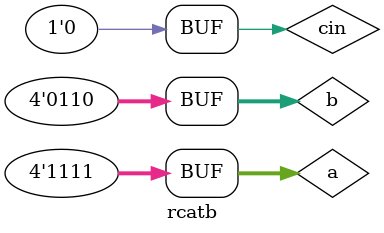
<source format=v>
module rcatb;
reg[3:0] a,b;
reg cin;
wire [3:0] sum;
wire cout;
rca uut(.a(a),.b(b),.cin(cin),.sum(sum),.cout(cout));
initial begin
$dumpfile("rca.vcd");
$dumpvars;
$monitor($time,"a=%d,b=%d,cin=%d,sum=%d,cout=%d",a,b,cin,sum,cout);
#0a=4'b1111; b=4'b1111; cin=0;
#15 a=4'b1111; b=4'b0110; cin=0;
end
endmodule

</source>
